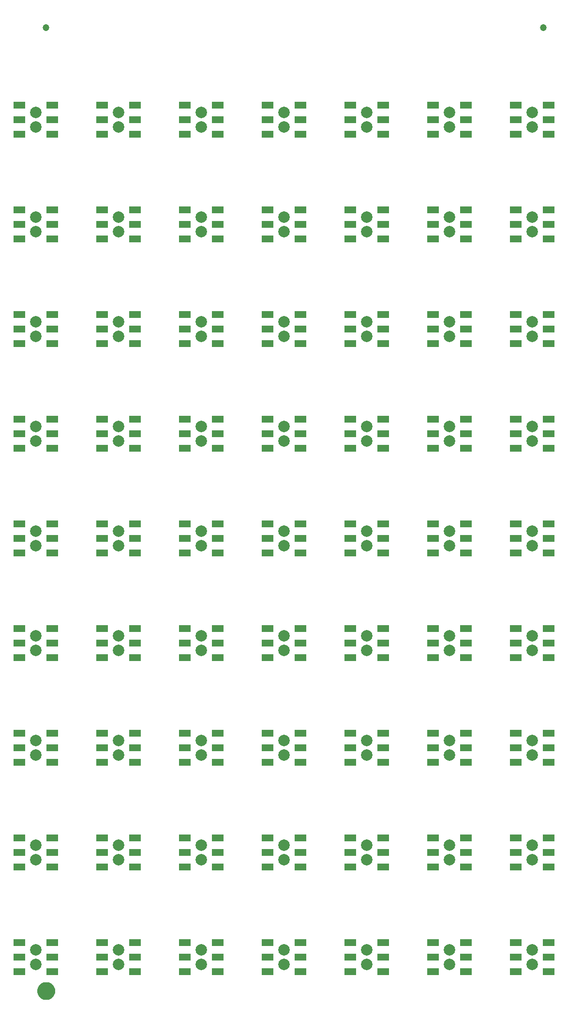
<source format=gbs>
G04 EAGLE Gerber RS-274X export*
G75*
%MOMM*%
%FSLAX34Y34*%
%LPD*%
%INSoldermask Bottom*%
%IPPOS*%
%AMOC8*
5,1,8,0,0,1.08239X$1,22.5*%
G01*
%ADD10C,2.003200*%
%ADD11R,2.103200X1.223200*%
%ADD12C,1.203200*%
%ADD13C,1.270000*%
%ADD14C,1.703200*%


D10*
X50800Y50800D03*
X50800Y25400D03*
D11*
X22300Y38100D03*
X79300Y38100D03*
X79300Y12700D03*
X22300Y12700D03*
X22300Y63500D03*
X79300Y63500D03*
D10*
X195580Y50800D03*
X195580Y25400D03*
D11*
X167080Y38100D03*
X224080Y38100D03*
X224080Y12700D03*
X167080Y12700D03*
X167080Y63500D03*
X224080Y63500D03*
D10*
X340360Y50800D03*
X340360Y25400D03*
D11*
X311860Y38100D03*
X368860Y38100D03*
X368860Y12700D03*
X311860Y12700D03*
X311860Y63500D03*
X368860Y63500D03*
D10*
X485140Y50800D03*
X485140Y25400D03*
D11*
X456640Y38100D03*
X513640Y38100D03*
X513640Y12700D03*
X456640Y12700D03*
X456640Y63500D03*
X513640Y63500D03*
D10*
X629920Y50800D03*
X629920Y25400D03*
D11*
X601420Y38100D03*
X658420Y38100D03*
X658420Y12700D03*
X601420Y12700D03*
X601420Y63500D03*
X658420Y63500D03*
D10*
X774700Y50800D03*
X774700Y25400D03*
D11*
X746200Y38100D03*
X803200Y38100D03*
X803200Y12700D03*
X746200Y12700D03*
X746200Y63500D03*
X803200Y63500D03*
D10*
X919480Y50800D03*
X919480Y25400D03*
D11*
X890980Y38100D03*
X947980Y38100D03*
X947980Y12700D03*
X890980Y12700D03*
X890980Y63500D03*
X947980Y63500D03*
D10*
X50800Y233680D03*
X50800Y208280D03*
D11*
X22300Y220980D03*
X79300Y220980D03*
X79300Y195580D03*
X22300Y195580D03*
X22300Y246380D03*
X79300Y246380D03*
D10*
X195580Y233680D03*
X195580Y208280D03*
D11*
X167080Y220980D03*
X224080Y220980D03*
X224080Y195580D03*
X167080Y195580D03*
X167080Y246380D03*
X224080Y246380D03*
D10*
X340360Y233680D03*
X340360Y208280D03*
D11*
X311860Y220980D03*
X368860Y220980D03*
X368860Y195580D03*
X311860Y195580D03*
X311860Y246380D03*
X368860Y246380D03*
D10*
X485140Y233680D03*
X485140Y208280D03*
D11*
X456640Y220980D03*
X513640Y220980D03*
X513640Y195580D03*
X456640Y195580D03*
X456640Y246380D03*
X513640Y246380D03*
D10*
X629920Y233680D03*
X629920Y208280D03*
D11*
X601420Y220980D03*
X658420Y220980D03*
X658420Y195580D03*
X601420Y195580D03*
X601420Y246380D03*
X658420Y246380D03*
D10*
X774700Y233680D03*
X774700Y208280D03*
D11*
X746200Y220980D03*
X803200Y220980D03*
X803200Y195580D03*
X746200Y195580D03*
X746200Y246380D03*
X803200Y246380D03*
D10*
X919480Y233680D03*
X919480Y208280D03*
D11*
X890980Y220980D03*
X947980Y220980D03*
X947980Y195580D03*
X890980Y195580D03*
X890980Y246380D03*
X947980Y246380D03*
D10*
X50800Y416560D03*
X50800Y391160D03*
D11*
X22300Y403860D03*
X79300Y403860D03*
X79300Y378460D03*
X22300Y378460D03*
X22300Y429260D03*
X79300Y429260D03*
D10*
X195580Y416560D03*
X195580Y391160D03*
D11*
X167080Y403860D03*
X224080Y403860D03*
X224080Y378460D03*
X167080Y378460D03*
X167080Y429260D03*
X224080Y429260D03*
D10*
X340360Y416560D03*
X340360Y391160D03*
D11*
X311860Y403860D03*
X368860Y403860D03*
X368860Y378460D03*
X311860Y378460D03*
X311860Y429260D03*
X368860Y429260D03*
D10*
X485140Y416560D03*
X485140Y391160D03*
D11*
X456640Y403860D03*
X513640Y403860D03*
X513640Y378460D03*
X456640Y378460D03*
X456640Y429260D03*
X513640Y429260D03*
D10*
X629920Y416560D03*
X629920Y391160D03*
D11*
X601420Y403860D03*
X658420Y403860D03*
X658420Y378460D03*
X601420Y378460D03*
X601420Y429260D03*
X658420Y429260D03*
D10*
X774700Y416560D03*
X774700Y391160D03*
D11*
X746200Y403860D03*
X803200Y403860D03*
X803200Y378460D03*
X746200Y378460D03*
X746200Y429260D03*
X803200Y429260D03*
D10*
X919480Y416560D03*
X919480Y391160D03*
D11*
X890980Y403860D03*
X947980Y403860D03*
X947980Y378460D03*
X890980Y378460D03*
X890980Y429260D03*
X947980Y429260D03*
D10*
X50800Y599440D03*
X50800Y574040D03*
D11*
X22300Y586740D03*
X79300Y586740D03*
X79300Y561340D03*
X22300Y561340D03*
X22300Y612140D03*
X79300Y612140D03*
D10*
X195580Y599440D03*
X195580Y574040D03*
D11*
X167080Y586740D03*
X224080Y586740D03*
X224080Y561340D03*
X167080Y561340D03*
X167080Y612140D03*
X224080Y612140D03*
D10*
X340360Y599440D03*
X340360Y574040D03*
D11*
X311860Y586740D03*
X368860Y586740D03*
X368860Y561340D03*
X311860Y561340D03*
X311860Y612140D03*
X368860Y612140D03*
D10*
X485140Y599440D03*
X485140Y574040D03*
D11*
X456640Y586740D03*
X513640Y586740D03*
X513640Y561340D03*
X456640Y561340D03*
X456640Y612140D03*
X513640Y612140D03*
D10*
X629920Y599440D03*
X629920Y574040D03*
D11*
X601420Y586740D03*
X658420Y586740D03*
X658420Y561340D03*
X601420Y561340D03*
X601420Y612140D03*
X658420Y612140D03*
D10*
X774700Y599440D03*
X774700Y574040D03*
D11*
X746200Y586740D03*
X803200Y586740D03*
X803200Y561340D03*
X746200Y561340D03*
X746200Y612140D03*
X803200Y612140D03*
D10*
X919480Y599440D03*
X919480Y574040D03*
D11*
X890980Y586740D03*
X947980Y586740D03*
X947980Y561340D03*
X890980Y561340D03*
X890980Y612140D03*
X947980Y612140D03*
D10*
X50800Y782320D03*
X50800Y756920D03*
D11*
X22300Y769620D03*
X79300Y769620D03*
X79300Y744220D03*
X22300Y744220D03*
X22300Y795020D03*
X79300Y795020D03*
D10*
X195580Y782320D03*
X195580Y756920D03*
D11*
X167080Y769620D03*
X224080Y769620D03*
X224080Y744220D03*
X167080Y744220D03*
X167080Y795020D03*
X224080Y795020D03*
D10*
X340360Y782320D03*
X340360Y756920D03*
D11*
X311860Y769620D03*
X368860Y769620D03*
X368860Y744220D03*
X311860Y744220D03*
X311860Y795020D03*
X368860Y795020D03*
D10*
X485140Y782320D03*
X485140Y756920D03*
D11*
X456640Y769620D03*
X513640Y769620D03*
X513640Y744220D03*
X456640Y744220D03*
X456640Y795020D03*
X513640Y795020D03*
D10*
X629920Y782320D03*
X629920Y756920D03*
D11*
X601420Y769620D03*
X658420Y769620D03*
X658420Y744220D03*
X601420Y744220D03*
X601420Y795020D03*
X658420Y795020D03*
D10*
X774700Y782320D03*
X774700Y756920D03*
D11*
X746200Y769620D03*
X803200Y769620D03*
X803200Y744220D03*
X746200Y744220D03*
X746200Y795020D03*
X803200Y795020D03*
D10*
X919480Y782320D03*
X919480Y756920D03*
D11*
X890980Y769620D03*
X947980Y769620D03*
X947980Y744220D03*
X890980Y744220D03*
X890980Y795020D03*
X947980Y795020D03*
D10*
X50800Y965200D03*
X50800Y939800D03*
D11*
X22300Y952500D03*
X79300Y952500D03*
X79300Y927100D03*
X22300Y927100D03*
X22300Y977900D03*
X79300Y977900D03*
D10*
X195580Y965200D03*
X195580Y939800D03*
D11*
X167080Y952500D03*
X224080Y952500D03*
X224080Y927100D03*
X167080Y927100D03*
X167080Y977900D03*
X224080Y977900D03*
D10*
X340360Y965200D03*
X340360Y939800D03*
D11*
X311860Y952500D03*
X368860Y952500D03*
X368860Y927100D03*
X311860Y927100D03*
X311860Y977900D03*
X368860Y977900D03*
D10*
X485140Y965200D03*
X485140Y939800D03*
D11*
X456640Y952500D03*
X513640Y952500D03*
X513640Y927100D03*
X456640Y927100D03*
X456640Y977900D03*
X513640Y977900D03*
D10*
X629920Y965200D03*
X629920Y939800D03*
D11*
X601420Y952500D03*
X658420Y952500D03*
X658420Y927100D03*
X601420Y927100D03*
X601420Y977900D03*
X658420Y977900D03*
D10*
X774700Y965200D03*
X774700Y939800D03*
D11*
X746200Y952500D03*
X803200Y952500D03*
X803200Y927100D03*
X746200Y927100D03*
X746200Y977900D03*
X803200Y977900D03*
D10*
X919480Y965200D03*
X919480Y939800D03*
D11*
X890980Y952500D03*
X947980Y952500D03*
X947980Y927100D03*
X890980Y927100D03*
X890980Y977900D03*
X947980Y977900D03*
D10*
X50800Y1148080D03*
X50800Y1122680D03*
D11*
X22300Y1135380D03*
X79300Y1135380D03*
X79300Y1109980D03*
X22300Y1109980D03*
X22300Y1160780D03*
X79300Y1160780D03*
D10*
X195580Y1148080D03*
X195580Y1122680D03*
D11*
X167080Y1135380D03*
X224080Y1135380D03*
X224080Y1109980D03*
X167080Y1109980D03*
X167080Y1160780D03*
X224080Y1160780D03*
D10*
X340360Y1148080D03*
X340360Y1122680D03*
D11*
X311860Y1135380D03*
X368860Y1135380D03*
X368860Y1109980D03*
X311860Y1109980D03*
X311860Y1160780D03*
X368860Y1160780D03*
D10*
X485140Y1148080D03*
X485140Y1122680D03*
D11*
X456640Y1135380D03*
X513640Y1135380D03*
X513640Y1109980D03*
X456640Y1109980D03*
X456640Y1160780D03*
X513640Y1160780D03*
D10*
X629920Y1148080D03*
X629920Y1122680D03*
D11*
X601420Y1135380D03*
X658420Y1135380D03*
X658420Y1109980D03*
X601420Y1109980D03*
X601420Y1160780D03*
X658420Y1160780D03*
D10*
X774700Y1148080D03*
X774700Y1122680D03*
D11*
X746200Y1135380D03*
X803200Y1135380D03*
X803200Y1109980D03*
X746200Y1109980D03*
X746200Y1160780D03*
X803200Y1160780D03*
D10*
X919480Y1148080D03*
X919480Y1122680D03*
D11*
X890980Y1135380D03*
X947980Y1135380D03*
X947980Y1109980D03*
X890980Y1109980D03*
X890980Y1160780D03*
X947980Y1160780D03*
D10*
X50800Y1330960D03*
X50800Y1305560D03*
D11*
X22300Y1318260D03*
X79300Y1318260D03*
X79300Y1292860D03*
X22300Y1292860D03*
X22300Y1343660D03*
X79300Y1343660D03*
D10*
X195580Y1330960D03*
X195580Y1305560D03*
D11*
X167080Y1318260D03*
X224080Y1318260D03*
X224080Y1292860D03*
X167080Y1292860D03*
X167080Y1343660D03*
X224080Y1343660D03*
D10*
X340360Y1330960D03*
X340360Y1305560D03*
D11*
X311860Y1318260D03*
X368860Y1318260D03*
X368860Y1292860D03*
X311860Y1292860D03*
X311860Y1343660D03*
X368860Y1343660D03*
D10*
X485140Y1330960D03*
X485140Y1305560D03*
D11*
X456640Y1318260D03*
X513640Y1318260D03*
X513640Y1292860D03*
X456640Y1292860D03*
X456640Y1343660D03*
X513640Y1343660D03*
D10*
X629920Y1330960D03*
X629920Y1305560D03*
D11*
X601420Y1318260D03*
X658420Y1318260D03*
X658420Y1292860D03*
X601420Y1292860D03*
X601420Y1343660D03*
X658420Y1343660D03*
D10*
X774700Y1330960D03*
X774700Y1305560D03*
D11*
X746200Y1318260D03*
X803200Y1318260D03*
X803200Y1292860D03*
X746200Y1292860D03*
X746200Y1343660D03*
X803200Y1343660D03*
D10*
X919480Y1330960D03*
X919480Y1305560D03*
D11*
X890980Y1318260D03*
X947980Y1318260D03*
X947980Y1292860D03*
X890980Y1292860D03*
X890980Y1343660D03*
X947980Y1343660D03*
D10*
X50800Y1513840D03*
X50800Y1488440D03*
D11*
X22300Y1501140D03*
X79300Y1501140D03*
X79300Y1475740D03*
X22300Y1475740D03*
X22300Y1526540D03*
X79300Y1526540D03*
D10*
X195580Y1513840D03*
X195580Y1488440D03*
D11*
X167080Y1501140D03*
X224080Y1501140D03*
X224080Y1475740D03*
X167080Y1475740D03*
X167080Y1526540D03*
X224080Y1526540D03*
D10*
X340360Y1513840D03*
X340360Y1488440D03*
D11*
X311860Y1501140D03*
X368860Y1501140D03*
X368860Y1475740D03*
X311860Y1475740D03*
X311860Y1526540D03*
X368860Y1526540D03*
D10*
X485140Y1513840D03*
X485140Y1488440D03*
D11*
X456640Y1501140D03*
X513640Y1501140D03*
X513640Y1475740D03*
X456640Y1475740D03*
X456640Y1526540D03*
X513640Y1526540D03*
D10*
X629920Y1513840D03*
X629920Y1488440D03*
D11*
X601420Y1501140D03*
X658420Y1501140D03*
X658420Y1475740D03*
X601420Y1475740D03*
X601420Y1526540D03*
X658420Y1526540D03*
D10*
X774700Y1513840D03*
X774700Y1488440D03*
D11*
X746200Y1501140D03*
X803200Y1501140D03*
X803200Y1475740D03*
X746200Y1475740D03*
X746200Y1526540D03*
X803200Y1526540D03*
D10*
X919480Y1513840D03*
X919480Y1488440D03*
D11*
X890980Y1501140D03*
X947980Y1501140D03*
X947980Y1475740D03*
X890980Y1475740D03*
X890980Y1526540D03*
X947980Y1526540D03*
D12*
X68580Y1661795D03*
X939165Y1661795D03*
D13*
X59525Y-20955D02*
X59528Y-20733D01*
X59536Y-20511D01*
X59550Y-20289D01*
X59569Y-20067D01*
X59593Y-19847D01*
X59623Y-19626D01*
X59658Y-19407D01*
X59699Y-19188D01*
X59745Y-18971D01*
X59796Y-18755D01*
X59853Y-18540D01*
X59915Y-18326D01*
X59982Y-18115D01*
X60054Y-17904D01*
X60132Y-17696D01*
X60214Y-17490D01*
X60302Y-17286D01*
X60394Y-17083D01*
X60492Y-16884D01*
X60594Y-16687D01*
X60701Y-16492D01*
X60813Y-16300D01*
X60930Y-16111D01*
X61051Y-15924D01*
X61177Y-15741D01*
X61307Y-15561D01*
X61442Y-15384D01*
X61580Y-15211D01*
X61723Y-15041D01*
X61871Y-14874D01*
X62022Y-14711D01*
X62177Y-14552D01*
X62336Y-14397D01*
X62499Y-14246D01*
X62666Y-14098D01*
X62836Y-13955D01*
X63009Y-13817D01*
X63186Y-13682D01*
X63366Y-13552D01*
X63549Y-13426D01*
X63736Y-13305D01*
X63925Y-13188D01*
X64117Y-13076D01*
X64312Y-12969D01*
X64509Y-12867D01*
X64708Y-12769D01*
X64911Y-12677D01*
X65115Y-12589D01*
X65321Y-12507D01*
X65529Y-12429D01*
X65740Y-12357D01*
X65951Y-12290D01*
X66165Y-12228D01*
X66380Y-12171D01*
X66596Y-12120D01*
X66813Y-12074D01*
X67032Y-12033D01*
X67251Y-11998D01*
X67472Y-11968D01*
X67692Y-11944D01*
X67914Y-11925D01*
X68136Y-11911D01*
X68358Y-11903D01*
X68580Y-11900D01*
X68802Y-11903D01*
X69024Y-11911D01*
X69246Y-11925D01*
X69468Y-11944D01*
X69688Y-11968D01*
X69909Y-11998D01*
X70128Y-12033D01*
X70347Y-12074D01*
X70564Y-12120D01*
X70780Y-12171D01*
X70995Y-12228D01*
X71209Y-12290D01*
X71420Y-12357D01*
X71631Y-12429D01*
X71839Y-12507D01*
X72045Y-12589D01*
X72249Y-12677D01*
X72452Y-12769D01*
X72651Y-12867D01*
X72848Y-12969D01*
X73043Y-13076D01*
X73235Y-13188D01*
X73424Y-13305D01*
X73611Y-13426D01*
X73794Y-13552D01*
X73974Y-13682D01*
X74151Y-13817D01*
X74324Y-13955D01*
X74494Y-14098D01*
X74661Y-14246D01*
X74824Y-14397D01*
X74983Y-14552D01*
X75138Y-14711D01*
X75289Y-14874D01*
X75437Y-15041D01*
X75580Y-15211D01*
X75718Y-15384D01*
X75853Y-15561D01*
X75983Y-15741D01*
X76109Y-15924D01*
X76230Y-16111D01*
X76347Y-16300D01*
X76459Y-16492D01*
X76566Y-16687D01*
X76668Y-16884D01*
X76766Y-17083D01*
X76858Y-17286D01*
X76946Y-17490D01*
X77028Y-17696D01*
X77106Y-17904D01*
X77178Y-18115D01*
X77245Y-18326D01*
X77307Y-18540D01*
X77364Y-18755D01*
X77415Y-18971D01*
X77461Y-19188D01*
X77502Y-19407D01*
X77537Y-19626D01*
X77567Y-19847D01*
X77591Y-20067D01*
X77610Y-20289D01*
X77624Y-20511D01*
X77632Y-20733D01*
X77635Y-20955D01*
X77632Y-21177D01*
X77624Y-21399D01*
X77610Y-21621D01*
X77591Y-21843D01*
X77567Y-22063D01*
X77537Y-22284D01*
X77502Y-22503D01*
X77461Y-22722D01*
X77415Y-22939D01*
X77364Y-23155D01*
X77307Y-23370D01*
X77245Y-23584D01*
X77178Y-23795D01*
X77106Y-24006D01*
X77028Y-24214D01*
X76946Y-24420D01*
X76858Y-24624D01*
X76766Y-24827D01*
X76668Y-25026D01*
X76566Y-25223D01*
X76459Y-25418D01*
X76347Y-25610D01*
X76230Y-25799D01*
X76109Y-25986D01*
X75983Y-26169D01*
X75853Y-26349D01*
X75718Y-26526D01*
X75580Y-26699D01*
X75437Y-26869D01*
X75289Y-27036D01*
X75138Y-27199D01*
X74983Y-27358D01*
X74824Y-27513D01*
X74661Y-27664D01*
X74494Y-27812D01*
X74324Y-27955D01*
X74151Y-28093D01*
X73974Y-28228D01*
X73794Y-28358D01*
X73611Y-28484D01*
X73424Y-28605D01*
X73235Y-28722D01*
X73043Y-28834D01*
X72848Y-28941D01*
X72651Y-29043D01*
X72452Y-29141D01*
X72249Y-29233D01*
X72045Y-29321D01*
X71839Y-29403D01*
X71631Y-29481D01*
X71420Y-29553D01*
X71209Y-29620D01*
X70995Y-29682D01*
X70780Y-29739D01*
X70564Y-29790D01*
X70347Y-29836D01*
X70128Y-29877D01*
X69909Y-29912D01*
X69688Y-29942D01*
X69468Y-29966D01*
X69246Y-29985D01*
X69024Y-29999D01*
X68802Y-30007D01*
X68580Y-30010D01*
X68358Y-30007D01*
X68136Y-29999D01*
X67914Y-29985D01*
X67692Y-29966D01*
X67472Y-29942D01*
X67251Y-29912D01*
X67032Y-29877D01*
X66813Y-29836D01*
X66596Y-29790D01*
X66380Y-29739D01*
X66165Y-29682D01*
X65951Y-29620D01*
X65740Y-29553D01*
X65529Y-29481D01*
X65321Y-29403D01*
X65115Y-29321D01*
X64911Y-29233D01*
X64708Y-29141D01*
X64509Y-29043D01*
X64312Y-28941D01*
X64117Y-28834D01*
X63925Y-28722D01*
X63736Y-28605D01*
X63549Y-28484D01*
X63366Y-28358D01*
X63186Y-28228D01*
X63009Y-28093D01*
X62836Y-27955D01*
X62666Y-27812D01*
X62499Y-27664D01*
X62336Y-27513D01*
X62177Y-27358D01*
X62022Y-27199D01*
X61871Y-27036D01*
X61723Y-26869D01*
X61580Y-26699D01*
X61442Y-26526D01*
X61307Y-26349D01*
X61177Y-26169D01*
X61051Y-25986D01*
X60930Y-25799D01*
X60813Y-25610D01*
X60701Y-25418D01*
X60594Y-25223D01*
X60492Y-25026D01*
X60394Y-24827D01*
X60302Y-24624D01*
X60214Y-24420D01*
X60132Y-24214D01*
X60054Y-24006D01*
X59982Y-23795D01*
X59915Y-23584D01*
X59853Y-23370D01*
X59796Y-23155D01*
X59745Y-22939D01*
X59699Y-22722D01*
X59658Y-22503D01*
X59623Y-22284D01*
X59593Y-22063D01*
X59569Y-21843D01*
X59550Y-21621D01*
X59536Y-21399D01*
X59528Y-21177D01*
X59525Y-20955D01*
D14*
X68580Y-20955D03*
M02*

</source>
